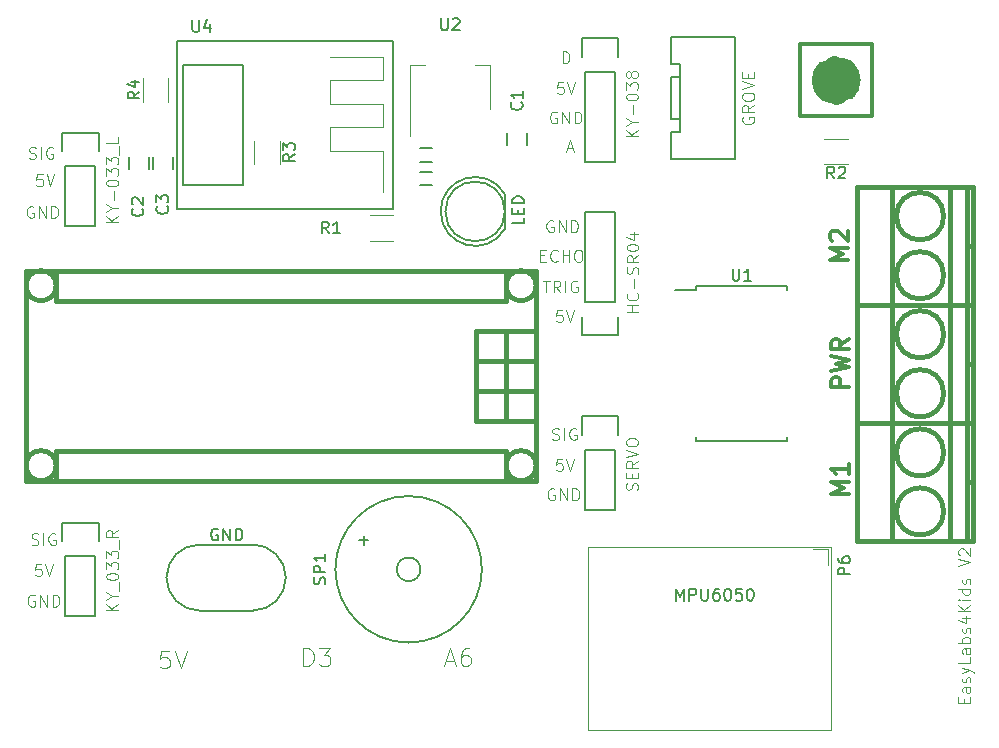
<source format=gbr>
G04 #@! TF.FileFunction,Legend,Top*
%FSLAX46Y46*%
G04 Gerber Fmt 4.6, Leading zero omitted, Abs format (unit mm)*
G04 Created by KiCad (PCBNEW 4.0.3-stable) date 01/13/18 15:16:55*
%MOMM*%
%LPD*%
G01*
G04 APERTURE LIST*
%ADD10C,0.100000*%
%ADD11C,0.381000*%
%ADD12C,0.150000*%
%ADD13C,0.304800*%
%ADD14C,2.540000*%
%ADD15C,0.152400*%
%ADD16C,0.120000*%
%ADD17C,0.300000*%
G04 APERTURE END LIST*
D10*
X114928572Y-135150000D02*
X115642858Y-135150000D01*
X114785715Y-135578571D02*
X115285715Y-134078571D01*
X115785715Y-135578571D01*
X116928572Y-134078571D02*
X116642858Y-134078571D01*
X116500001Y-134150000D01*
X116428572Y-134221429D01*
X116285715Y-134435714D01*
X116214286Y-134721429D01*
X116214286Y-135292857D01*
X116285715Y-135435714D01*
X116357143Y-135507143D01*
X116500001Y-135578571D01*
X116785715Y-135578571D01*
X116928572Y-135507143D01*
X117000001Y-135435714D01*
X117071429Y-135292857D01*
X117071429Y-134935714D01*
X117000001Y-134792857D01*
X116928572Y-134721429D01*
X116785715Y-134650000D01*
X116500001Y-134650000D01*
X116357143Y-134721429D01*
X116285715Y-134792857D01*
X116214286Y-134935714D01*
X102892858Y-135578571D02*
X102892858Y-134078571D01*
X103250001Y-134078571D01*
X103464286Y-134150000D01*
X103607144Y-134292857D01*
X103678572Y-134435714D01*
X103750001Y-134721429D01*
X103750001Y-134935714D01*
X103678572Y-135221429D01*
X103607144Y-135364286D01*
X103464286Y-135507143D01*
X103250001Y-135578571D01*
X102892858Y-135578571D01*
X104250001Y-134078571D02*
X105178572Y-134078571D01*
X104678572Y-134650000D01*
X104892858Y-134650000D01*
X105035715Y-134721429D01*
X105107144Y-134792857D01*
X105178572Y-134935714D01*
X105178572Y-135292857D01*
X105107144Y-135435714D01*
X105035715Y-135507143D01*
X104892858Y-135578571D01*
X104464286Y-135578571D01*
X104321429Y-135507143D01*
X104250001Y-135435714D01*
X91514287Y-134278571D02*
X90800001Y-134278571D01*
X90728572Y-134992857D01*
X90800001Y-134921429D01*
X90942858Y-134850000D01*
X91300001Y-134850000D01*
X91442858Y-134921429D01*
X91514287Y-134992857D01*
X91585715Y-135135714D01*
X91585715Y-135492857D01*
X91514287Y-135635714D01*
X91442858Y-135707143D01*
X91300001Y-135778571D01*
X90942858Y-135778571D01*
X90800001Y-135707143D01*
X90728572Y-135635714D01*
X92014286Y-134278571D02*
X92514286Y-135778571D01*
X93014286Y-134278571D01*
X158828571Y-138723810D02*
X158828571Y-138390476D01*
X159352381Y-138247619D02*
X159352381Y-138723810D01*
X158352381Y-138723810D01*
X158352381Y-138247619D01*
X159352381Y-137390476D02*
X158828571Y-137390476D01*
X158733333Y-137438095D01*
X158685714Y-137533333D01*
X158685714Y-137723810D01*
X158733333Y-137819048D01*
X159304762Y-137390476D02*
X159352381Y-137485714D01*
X159352381Y-137723810D01*
X159304762Y-137819048D01*
X159209524Y-137866667D01*
X159114286Y-137866667D01*
X159019048Y-137819048D01*
X158971429Y-137723810D01*
X158971429Y-137485714D01*
X158923810Y-137390476D01*
X159304762Y-136961905D02*
X159352381Y-136866667D01*
X159352381Y-136676191D01*
X159304762Y-136580952D01*
X159209524Y-136533333D01*
X159161905Y-136533333D01*
X159066667Y-136580952D01*
X159019048Y-136676191D01*
X159019048Y-136819048D01*
X158971429Y-136914286D01*
X158876190Y-136961905D01*
X158828571Y-136961905D01*
X158733333Y-136914286D01*
X158685714Y-136819048D01*
X158685714Y-136676191D01*
X158733333Y-136580952D01*
X158685714Y-136200000D02*
X159352381Y-135961905D01*
X158685714Y-135723809D02*
X159352381Y-135961905D01*
X159590476Y-136057143D01*
X159638095Y-136104762D01*
X159685714Y-136200000D01*
X159352381Y-134866666D02*
X159352381Y-135342857D01*
X158352381Y-135342857D01*
X159352381Y-134104761D02*
X158828571Y-134104761D01*
X158733333Y-134152380D01*
X158685714Y-134247618D01*
X158685714Y-134438095D01*
X158733333Y-134533333D01*
X159304762Y-134104761D02*
X159352381Y-134199999D01*
X159352381Y-134438095D01*
X159304762Y-134533333D01*
X159209524Y-134580952D01*
X159114286Y-134580952D01*
X159019048Y-134533333D01*
X158971429Y-134438095D01*
X158971429Y-134199999D01*
X158923810Y-134104761D01*
X159352381Y-133628571D02*
X158352381Y-133628571D01*
X158733333Y-133628571D02*
X158685714Y-133533333D01*
X158685714Y-133342856D01*
X158733333Y-133247618D01*
X158780952Y-133199999D01*
X158876190Y-133152380D01*
X159161905Y-133152380D01*
X159257143Y-133199999D01*
X159304762Y-133247618D01*
X159352381Y-133342856D01*
X159352381Y-133533333D01*
X159304762Y-133628571D01*
X159304762Y-132771428D02*
X159352381Y-132676190D01*
X159352381Y-132485714D01*
X159304762Y-132390475D01*
X159209524Y-132342856D01*
X159161905Y-132342856D01*
X159066667Y-132390475D01*
X159019048Y-132485714D01*
X159019048Y-132628571D01*
X158971429Y-132723809D01*
X158876190Y-132771428D01*
X158828571Y-132771428D01*
X158733333Y-132723809D01*
X158685714Y-132628571D01*
X158685714Y-132485714D01*
X158733333Y-132390475D01*
X158685714Y-131485713D02*
X159352381Y-131485713D01*
X158304762Y-131723809D02*
X159019048Y-131961904D01*
X159019048Y-131342856D01*
X159352381Y-130961904D02*
X158352381Y-130961904D01*
X159352381Y-130390475D02*
X158780952Y-130819047D01*
X158352381Y-130390475D02*
X158923810Y-130961904D01*
X159352381Y-129961904D02*
X158685714Y-129961904D01*
X158352381Y-129961904D02*
X158400000Y-130009523D01*
X158447619Y-129961904D01*
X158400000Y-129914285D01*
X158352381Y-129961904D01*
X158447619Y-129961904D01*
X159352381Y-129057142D02*
X158352381Y-129057142D01*
X159304762Y-129057142D02*
X159352381Y-129152380D01*
X159352381Y-129342857D01*
X159304762Y-129438095D01*
X159257143Y-129485714D01*
X159161905Y-129533333D01*
X158876190Y-129533333D01*
X158780952Y-129485714D01*
X158733333Y-129438095D01*
X158685714Y-129342857D01*
X158685714Y-129152380D01*
X158733333Y-129057142D01*
X159304762Y-128628571D02*
X159352381Y-128533333D01*
X159352381Y-128342857D01*
X159304762Y-128247618D01*
X159209524Y-128199999D01*
X159161905Y-128199999D01*
X159066667Y-128247618D01*
X159019048Y-128342857D01*
X159019048Y-128485714D01*
X158971429Y-128580952D01*
X158876190Y-128628571D01*
X158828571Y-128628571D01*
X158733333Y-128580952D01*
X158685714Y-128485714D01*
X158685714Y-128342857D01*
X158733333Y-128247618D01*
X158352381Y-127152380D02*
X159352381Y-126819047D01*
X158352381Y-126485713D01*
X158447619Y-126199999D02*
X158400000Y-126152380D01*
X158352381Y-126057142D01*
X158352381Y-125819046D01*
X158400000Y-125723808D01*
X158447619Y-125676189D01*
X158542857Y-125628570D01*
X158638095Y-125628570D01*
X158780952Y-125676189D01*
X159352381Y-126247618D01*
X159352381Y-125628570D01*
X125261905Y-91766667D02*
X125738096Y-91766667D01*
X125166667Y-92052381D02*
X125500000Y-91052381D01*
X125833334Y-92052381D01*
X124838095Y-84552381D02*
X124838095Y-83552381D01*
X125076190Y-83552381D01*
X125219048Y-83600000D01*
X125314286Y-83695238D01*
X125361905Y-83790476D01*
X125409524Y-83980952D01*
X125409524Y-84123810D01*
X125361905Y-84314286D01*
X125314286Y-84409524D01*
X125219048Y-84504762D01*
X125076190Y-84552381D01*
X124838095Y-84552381D01*
X124909524Y-86152381D02*
X124433333Y-86152381D01*
X124385714Y-86628571D01*
X124433333Y-86580952D01*
X124528571Y-86533333D01*
X124766667Y-86533333D01*
X124861905Y-86580952D01*
X124909524Y-86628571D01*
X124957143Y-86723810D01*
X124957143Y-86961905D01*
X124909524Y-87057143D01*
X124861905Y-87104762D01*
X124766667Y-87152381D01*
X124528571Y-87152381D01*
X124433333Y-87104762D01*
X124385714Y-87057143D01*
X125242857Y-86152381D02*
X125576190Y-87152381D01*
X125909524Y-86152381D01*
X124809524Y-105452381D02*
X124333333Y-105452381D01*
X124285714Y-105928571D01*
X124333333Y-105880952D01*
X124428571Y-105833333D01*
X124666667Y-105833333D01*
X124761905Y-105880952D01*
X124809524Y-105928571D01*
X124857143Y-106023810D01*
X124857143Y-106261905D01*
X124809524Y-106357143D01*
X124761905Y-106404762D01*
X124666667Y-106452381D01*
X124428571Y-106452381D01*
X124333333Y-106404762D01*
X124285714Y-106357143D01*
X125142857Y-105452381D02*
X125476190Y-106452381D01*
X125809524Y-105452381D01*
X123176191Y-102952381D02*
X123747620Y-102952381D01*
X123461905Y-103952381D02*
X123461905Y-102952381D01*
X124652382Y-103952381D02*
X124319048Y-103476190D01*
X124080953Y-103952381D02*
X124080953Y-102952381D01*
X124461906Y-102952381D01*
X124557144Y-103000000D01*
X124604763Y-103047619D01*
X124652382Y-103142857D01*
X124652382Y-103285714D01*
X124604763Y-103380952D01*
X124557144Y-103428571D01*
X124461906Y-103476190D01*
X124080953Y-103476190D01*
X125080953Y-103952381D02*
X125080953Y-102952381D01*
X126080953Y-103000000D02*
X125985715Y-102952381D01*
X125842858Y-102952381D01*
X125700000Y-103000000D01*
X125604762Y-103095238D01*
X125557143Y-103190476D01*
X125509524Y-103380952D01*
X125509524Y-103523810D01*
X125557143Y-103714286D01*
X125604762Y-103809524D01*
X125700000Y-103904762D01*
X125842858Y-103952381D01*
X125938096Y-103952381D01*
X126080953Y-103904762D01*
X126128572Y-103857143D01*
X126128572Y-103523810D01*
X125938096Y-103523810D01*
X122938095Y-100828571D02*
X123271429Y-100828571D01*
X123414286Y-101352381D02*
X122938095Y-101352381D01*
X122938095Y-100352381D01*
X123414286Y-100352381D01*
X124414286Y-101257143D02*
X124366667Y-101304762D01*
X124223810Y-101352381D01*
X124128572Y-101352381D01*
X123985714Y-101304762D01*
X123890476Y-101209524D01*
X123842857Y-101114286D01*
X123795238Y-100923810D01*
X123795238Y-100780952D01*
X123842857Y-100590476D01*
X123890476Y-100495238D01*
X123985714Y-100400000D01*
X124128572Y-100352381D01*
X124223810Y-100352381D01*
X124366667Y-100400000D01*
X124414286Y-100447619D01*
X124842857Y-101352381D02*
X124842857Y-100352381D01*
X124842857Y-100828571D02*
X125414286Y-100828571D01*
X125414286Y-101352381D02*
X125414286Y-100352381D01*
X126080952Y-100352381D02*
X126271429Y-100352381D01*
X126366667Y-100400000D01*
X126461905Y-100495238D01*
X126509524Y-100685714D01*
X126509524Y-101019048D01*
X126461905Y-101209524D01*
X126366667Y-101304762D01*
X126271429Y-101352381D01*
X126080952Y-101352381D01*
X125985714Y-101304762D01*
X125890476Y-101209524D01*
X125842857Y-101019048D01*
X125842857Y-100685714D01*
X125890476Y-100495238D01*
X125985714Y-100400000D01*
X126080952Y-100352381D01*
X123976191Y-116404762D02*
X124119048Y-116452381D01*
X124357144Y-116452381D01*
X124452382Y-116404762D01*
X124500001Y-116357143D01*
X124547620Y-116261905D01*
X124547620Y-116166667D01*
X124500001Y-116071429D01*
X124452382Y-116023810D01*
X124357144Y-115976190D01*
X124166667Y-115928571D01*
X124071429Y-115880952D01*
X124023810Y-115833333D01*
X123976191Y-115738095D01*
X123976191Y-115642857D01*
X124023810Y-115547619D01*
X124071429Y-115500000D01*
X124166667Y-115452381D01*
X124404763Y-115452381D01*
X124547620Y-115500000D01*
X124976191Y-116452381D02*
X124976191Y-115452381D01*
X125976191Y-115500000D02*
X125880953Y-115452381D01*
X125738096Y-115452381D01*
X125595238Y-115500000D01*
X125500000Y-115595238D01*
X125452381Y-115690476D01*
X125404762Y-115880952D01*
X125404762Y-116023810D01*
X125452381Y-116214286D01*
X125500000Y-116309524D01*
X125595238Y-116404762D01*
X125738096Y-116452381D01*
X125833334Y-116452381D01*
X125976191Y-116404762D01*
X126023810Y-116357143D01*
X126023810Y-116023810D01*
X125833334Y-116023810D01*
X124809524Y-118052381D02*
X124333333Y-118052381D01*
X124285714Y-118528571D01*
X124333333Y-118480952D01*
X124428571Y-118433333D01*
X124666667Y-118433333D01*
X124761905Y-118480952D01*
X124809524Y-118528571D01*
X124857143Y-118623810D01*
X124857143Y-118861905D01*
X124809524Y-118957143D01*
X124761905Y-119004762D01*
X124666667Y-119052381D01*
X124428571Y-119052381D01*
X124333333Y-119004762D01*
X124285714Y-118957143D01*
X125142857Y-118052381D02*
X125476190Y-119052381D01*
X125809524Y-118052381D01*
X124138096Y-120600000D02*
X124042858Y-120552381D01*
X123900001Y-120552381D01*
X123757143Y-120600000D01*
X123661905Y-120695238D01*
X123614286Y-120790476D01*
X123566667Y-120980952D01*
X123566667Y-121123810D01*
X123614286Y-121314286D01*
X123661905Y-121409524D01*
X123757143Y-121504762D01*
X123900001Y-121552381D01*
X123995239Y-121552381D01*
X124138096Y-121504762D01*
X124185715Y-121457143D01*
X124185715Y-121123810D01*
X123995239Y-121123810D01*
X124614286Y-121552381D02*
X124614286Y-120552381D01*
X125185715Y-121552381D01*
X125185715Y-120552381D01*
X125661905Y-121552381D02*
X125661905Y-120552381D01*
X125900000Y-120552381D01*
X126042858Y-120600000D01*
X126138096Y-120695238D01*
X126185715Y-120790476D01*
X126233334Y-120980952D01*
X126233334Y-121123810D01*
X126185715Y-121314286D01*
X126138096Y-121409524D01*
X126042858Y-121504762D01*
X125900000Y-121552381D01*
X125661905Y-121552381D01*
X124338096Y-88700000D02*
X124242858Y-88652381D01*
X124100001Y-88652381D01*
X123957143Y-88700000D01*
X123861905Y-88795238D01*
X123814286Y-88890476D01*
X123766667Y-89080952D01*
X123766667Y-89223810D01*
X123814286Y-89414286D01*
X123861905Y-89509524D01*
X123957143Y-89604762D01*
X124100001Y-89652381D01*
X124195239Y-89652381D01*
X124338096Y-89604762D01*
X124385715Y-89557143D01*
X124385715Y-89223810D01*
X124195239Y-89223810D01*
X124814286Y-89652381D02*
X124814286Y-88652381D01*
X125385715Y-89652381D01*
X125385715Y-88652381D01*
X125861905Y-89652381D02*
X125861905Y-88652381D01*
X126100000Y-88652381D01*
X126242858Y-88700000D01*
X126338096Y-88795238D01*
X126385715Y-88890476D01*
X126433334Y-89080952D01*
X126433334Y-89223810D01*
X126385715Y-89414286D01*
X126338096Y-89509524D01*
X126242858Y-89604762D01*
X126100000Y-89652381D01*
X125861905Y-89652381D01*
X124038096Y-97900000D02*
X123942858Y-97852381D01*
X123800001Y-97852381D01*
X123657143Y-97900000D01*
X123561905Y-97995238D01*
X123514286Y-98090476D01*
X123466667Y-98280952D01*
X123466667Y-98423810D01*
X123514286Y-98614286D01*
X123561905Y-98709524D01*
X123657143Y-98804762D01*
X123800001Y-98852381D01*
X123895239Y-98852381D01*
X124038096Y-98804762D01*
X124085715Y-98757143D01*
X124085715Y-98423810D01*
X123895239Y-98423810D01*
X124514286Y-98852381D02*
X124514286Y-97852381D01*
X125085715Y-98852381D01*
X125085715Y-97852381D01*
X125561905Y-98852381D02*
X125561905Y-97852381D01*
X125800000Y-97852381D01*
X125942858Y-97900000D01*
X126038096Y-97995238D01*
X126085715Y-98090476D01*
X126133334Y-98280952D01*
X126133334Y-98423810D01*
X126085715Y-98614286D01*
X126038096Y-98709524D01*
X125942858Y-98804762D01*
X125800000Y-98852381D01*
X125561905Y-98852381D01*
X80038096Y-96700000D02*
X79942858Y-96652381D01*
X79800001Y-96652381D01*
X79657143Y-96700000D01*
X79561905Y-96795238D01*
X79514286Y-96890476D01*
X79466667Y-97080952D01*
X79466667Y-97223810D01*
X79514286Y-97414286D01*
X79561905Y-97509524D01*
X79657143Y-97604762D01*
X79800001Y-97652381D01*
X79895239Y-97652381D01*
X80038096Y-97604762D01*
X80085715Y-97557143D01*
X80085715Y-97223810D01*
X79895239Y-97223810D01*
X80514286Y-97652381D02*
X80514286Y-96652381D01*
X81085715Y-97652381D01*
X81085715Y-96652381D01*
X81561905Y-97652381D02*
X81561905Y-96652381D01*
X81800000Y-96652381D01*
X81942858Y-96700000D01*
X82038096Y-96795238D01*
X82085715Y-96890476D01*
X82133334Y-97080952D01*
X82133334Y-97223810D01*
X82085715Y-97414286D01*
X82038096Y-97509524D01*
X81942858Y-97604762D01*
X81800000Y-97652381D01*
X81561905Y-97652381D01*
X80809524Y-93952381D02*
X80333333Y-93952381D01*
X80285714Y-94428571D01*
X80333333Y-94380952D01*
X80428571Y-94333333D01*
X80666667Y-94333333D01*
X80761905Y-94380952D01*
X80809524Y-94428571D01*
X80857143Y-94523810D01*
X80857143Y-94761905D01*
X80809524Y-94857143D01*
X80761905Y-94904762D01*
X80666667Y-94952381D01*
X80428571Y-94952381D01*
X80333333Y-94904762D01*
X80285714Y-94857143D01*
X81142857Y-93952381D02*
X81476190Y-94952381D01*
X81809524Y-93952381D01*
X79676191Y-92604762D02*
X79819048Y-92652381D01*
X80057144Y-92652381D01*
X80152382Y-92604762D01*
X80200001Y-92557143D01*
X80247620Y-92461905D01*
X80247620Y-92366667D01*
X80200001Y-92271429D01*
X80152382Y-92223810D01*
X80057144Y-92176190D01*
X79866667Y-92128571D01*
X79771429Y-92080952D01*
X79723810Y-92033333D01*
X79676191Y-91938095D01*
X79676191Y-91842857D01*
X79723810Y-91747619D01*
X79771429Y-91700000D01*
X79866667Y-91652381D01*
X80104763Y-91652381D01*
X80247620Y-91700000D01*
X80676191Y-92652381D02*
X80676191Y-91652381D01*
X81676191Y-91700000D02*
X81580953Y-91652381D01*
X81438096Y-91652381D01*
X81295238Y-91700000D01*
X81200000Y-91795238D01*
X81152381Y-91890476D01*
X81104762Y-92080952D01*
X81104762Y-92223810D01*
X81152381Y-92414286D01*
X81200000Y-92509524D01*
X81295238Y-92604762D01*
X81438096Y-92652381D01*
X81533334Y-92652381D01*
X81676191Y-92604762D01*
X81723810Y-92557143D01*
X81723810Y-92223810D01*
X81533334Y-92223810D01*
X80138096Y-129600000D02*
X80042858Y-129552381D01*
X79900001Y-129552381D01*
X79757143Y-129600000D01*
X79661905Y-129695238D01*
X79614286Y-129790476D01*
X79566667Y-129980952D01*
X79566667Y-130123810D01*
X79614286Y-130314286D01*
X79661905Y-130409524D01*
X79757143Y-130504762D01*
X79900001Y-130552381D01*
X79995239Y-130552381D01*
X80138096Y-130504762D01*
X80185715Y-130457143D01*
X80185715Y-130123810D01*
X79995239Y-130123810D01*
X80614286Y-130552381D02*
X80614286Y-129552381D01*
X81185715Y-130552381D01*
X81185715Y-129552381D01*
X81661905Y-130552381D02*
X81661905Y-129552381D01*
X81900000Y-129552381D01*
X82042858Y-129600000D01*
X82138096Y-129695238D01*
X82185715Y-129790476D01*
X82233334Y-129980952D01*
X82233334Y-130123810D01*
X82185715Y-130314286D01*
X82138096Y-130409524D01*
X82042858Y-130504762D01*
X81900000Y-130552381D01*
X81661905Y-130552381D01*
X80709524Y-126952381D02*
X80233333Y-126952381D01*
X80185714Y-127428571D01*
X80233333Y-127380952D01*
X80328571Y-127333333D01*
X80566667Y-127333333D01*
X80661905Y-127380952D01*
X80709524Y-127428571D01*
X80757143Y-127523810D01*
X80757143Y-127761905D01*
X80709524Y-127857143D01*
X80661905Y-127904762D01*
X80566667Y-127952381D01*
X80328571Y-127952381D01*
X80233333Y-127904762D01*
X80185714Y-127857143D01*
X81042857Y-126952381D02*
X81376190Y-127952381D01*
X81709524Y-126952381D01*
X79876191Y-125304762D02*
X80019048Y-125352381D01*
X80257144Y-125352381D01*
X80352382Y-125304762D01*
X80400001Y-125257143D01*
X80447620Y-125161905D01*
X80447620Y-125066667D01*
X80400001Y-124971429D01*
X80352382Y-124923810D01*
X80257144Y-124876190D01*
X80066667Y-124828571D01*
X79971429Y-124780952D01*
X79923810Y-124733333D01*
X79876191Y-124638095D01*
X79876191Y-124542857D01*
X79923810Y-124447619D01*
X79971429Y-124400000D01*
X80066667Y-124352381D01*
X80304763Y-124352381D01*
X80447620Y-124400000D01*
X80876191Y-125352381D02*
X80876191Y-124352381D01*
X81876191Y-124400000D02*
X81780953Y-124352381D01*
X81638096Y-124352381D01*
X81495238Y-124400000D01*
X81400000Y-124495238D01*
X81352381Y-124590476D01*
X81304762Y-124780952D01*
X81304762Y-124923810D01*
X81352381Y-125114286D01*
X81400000Y-125209524D01*
X81495238Y-125304762D01*
X81638096Y-125352381D01*
X81733334Y-125352381D01*
X81876191Y-125304762D01*
X81923810Y-125257143D01*
X81923810Y-124923810D01*
X81733334Y-124923810D01*
D11*
X117510000Y-112270000D02*
X122590000Y-112270000D01*
X117510000Y-109730000D02*
X122590000Y-109730000D01*
X120050000Y-114810000D02*
X120050000Y-107190000D01*
X122590000Y-114810000D02*
X117510000Y-114810000D01*
X117510000Y-114810000D02*
X117510000Y-107190000D01*
X117510000Y-107190000D02*
X122590000Y-107190000D01*
X79410000Y-119890000D02*
X122590000Y-119890000D01*
X122590000Y-102110000D02*
X79410000Y-102110000D01*
X122590000Y-102110000D02*
X122590000Y-119890000D01*
X79410000Y-102110000D02*
X79410000Y-119890000D01*
X122590000Y-118620000D02*
G75*
G03X122590000Y-118620000I-1270000J0D01*
G01*
X122590000Y-103380000D02*
G75*
G03X122590000Y-103380000I-1270000J0D01*
G01*
X81950000Y-118620000D02*
G75*
G03X81950000Y-118620000I-1270000J0D01*
G01*
X81950000Y-103380000D02*
G75*
G03X81950000Y-103380000I-1270000J0D01*
G01*
X81950000Y-117350000D02*
X120050000Y-117350000D01*
X120050000Y-104650000D02*
X81950000Y-104650000D01*
X81950000Y-102110000D02*
X81950000Y-104650000D01*
X81950000Y-117350000D02*
X81950000Y-119890000D01*
X120050000Y-119890000D02*
X120050000Y-117350000D01*
X120050000Y-102110000D02*
X120050000Y-104650000D01*
D12*
X121850000Y-91500000D02*
X121850000Y-90500000D01*
X120150000Y-90500000D02*
X120150000Y-91500000D01*
X88150000Y-92500000D02*
X88150000Y-93500000D01*
X89850000Y-93500000D02*
X89850000Y-92500000D01*
X90150000Y-92500000D02*
X90150000Y-93500000D01*
X91850000Y-93500000D02*
X91850000Y-92500000D01*
X119914888Y-95575096D02*
G75*
G03X119930000Y-98600000I-2484888J-1524904D01*
G01*
X119930000Y-95600000D02*
X119930000Y-98600000D01*
X119947936Y-97100000D02*
G75*
G03X119947936Y-97100000I-2517936J0D01*
G01*
D11*
X159100000Y-110000000D02*
X159600000Y-110000000D01*
X157100000Y-107500000D02*
G75*
G03X157100000Y-107500000I-2000000J0D01*
G01*
X157100000Y-112500000D02*
G75*
G03X157100000Y-112500000I-2000000J0D01*
G01*
X157600000Y-115000000D02*
X157600000Y-105000000D01*
X152700000Y-115000000D02*
X152700000Y-105000000D01*
X159100000Y-115000000D02*
X159100000Y-105000000D01*
X159600000Y-115000000D02*
X159600000Y-105000000D01*
X159600000Y-105000000D02*
X149800000Y-105000000D01*
X149800000Y-105000000D02*
X149800000Y-115000000D01*
X149800000Y-115000000D02*
X159600000Y-115000000D01*
D12*
X82730000Y-93270000D02*
X82730000Y-98350000D01*
X82730000Y-98350000D02*
X85270000Y-98350000D01*
X85270000Y-98350000D02*
X85270000Y-93270000D01*
X85550000Y-90450000D02*
X85550000Y-92000000D01*
X85270000Y-93270000D02*
X82730000Y-93270000D01*
X82450000Y-92000000D02*
X82450000Y-90450000D01*
X82450000Y-90450000D02*
X85550000Y-90450000D01*
X82730000Y-126270000D02*
X82730000Y-131350000D01*
X82730000Y-131350000D02*
X85270000Y-131350000D01*
X85270000Y-131350000D02*
X85270000Y-126270000D01*
X85550000Y-123450000D02*
X85550000Y-125000000D01*
X85270000Y-126270000D02*
X82730000Y-126270000D01*
X82450000Y-125000000D02*
X82450000Y-123450000D01*
X82450000Y-123450000D02*
X85550000Y-123450000D01*
D11*
X159100000Y-120000000D02*
X159600000Y-120000000D01*
X157100000Y-117500000D02*
G75*
G03X157100000Y-117500000I-2000000J0D01*
G01*
X157100000Y-122500000D02*
G75*
G03X157100000Y-122500000I-2000000J0D01*
G01*
X157600000Y-125000000D02*
X157600000Y-115000000D01*
X152700000Y-125000000D02*
X152700000Y-115000000D01*
X159100000Y-125000000D02*
X159100000Y-115000000D01*
X159600000Y-125000000D02*
X159600000Y-115000000D01*
X159600000Y-115000000D02*
X149800000Y-115000000D01*
X149800000Y-115000000D02*
X149800000Y-125000000D01*
X149800000Y-125000000D02*
X159600000Y-125000000D01*
X159100000Y-100000000D02*
X159600000Y-100000000D01*
X157100000Y-97500000D02*
G75*
G03X157100000Y-97500000I-2000000J0D01*
G01*
X157100000Y-102500000D02*
G75*
G03X157100000Y-102500000I-2000000J0D01*
G01*
X157600000Y-105000000D02*
X157600000Y-95000000D01*
X152700000Y-105000000D02*
X152700000Y-95000000D01*
X159100000Y-105000000D02*
X159100000Y-95000000D01*
X159600000Y-105000000D02*
X159600000Y-95000000D01*
X159600000Y-95000000D02*
X149800000Y-95000000D01*
X149800000Y-95000000D02*
X149800000Y-105000000D01*
X149800000Y-105000000D02*
X159600000Y-105000000D01*
D12*
X113800000Y-92875000D02*
X112800000Y-92875000D01*
X112800000Y-91725000D02*
X113800000Y-91725000D01*
X113800000Y-94875000D02*
X112800000Y-94875000D01*
X112800000Y-93725000D02*
X113800000Y-93725000D01*
X139400000Y-85700000D02*
X139400000Y-84500000D01*
X134800000Y-85600000D02*
X134800000Y-84700000D01*
X134150000Y-84650000D02*
X134800000Y-84650000D01*
X134800000Y-85550000D02*
X134800000Y-90350000D01*
X134150000Y-92650000D02*
X134000000Y-92650000D01*
X134000000Y-92650000D02*
X134000000Y-92500000D01*
X134000000Y-90500000D02*
X134000000Y-90350000D01*
X139100000Y-92650000D02*
X139250000Y-92650000D01*
X139250000Y-92650000D02*
X139400000Y-92650000D01*
X139400000Y-92650000D02*
X139400000Y-87500000D01*
X139400000Y-82500000D02*
X139400000Y-84600000D01*
X134150000Y-84650000D02*
X134000000Y-84650000D01*
X134000000Y-84650000D02*
X134000000Y-84500000D01*
X134000000Y-82500000D02*
X134000000Y-82350000D01*
X134000000Y-82350000D02*
X134150000Y-82350000D01*
X139100000Y-82350000D02*
X139400000Y-82350000D01*
X139400000Y-82350000D02*
X139400000Y-82450000D01*
X139400000Y-82450000D02*
X139400000Y-82500000D01*
X134800000Y-85750000D02*
X134000000Y-85750000D01*
X134000000Y-85750000D02*
X134000000Y-89250000D01*
X134000000Y-89250000D02*
X134800000Y-89250000D01*
X139400000Y-85550000D02*
X139400000Y-87500000D01*
X134150000Y-82350000D02*
X139100000Y-82350000D01*
X134150000Y-92650000D02*
X139100000Y-92650000D01*
X134000000Y-90350000D02*
X134800000Y-90350000D01*
X134000000Y-82500000D02*
X134000000Y-84500000D01*
X134000000Y-90500000D02*
X134000000Y-92500000D01*
X126730000Y-85270000D02*
X126730000Y-92890000D01*
X129270000Y-85270000D02*
X129270000Y-92890000D01*
X129550000Y-82450000D02*
X129550000Y-84000000D01*
X126730000Y-92890000D02*
X129270000Y-92890000D01*
X129270000Y-85270000D02*
X126730000Y-85270000D01*
X126450000Y-84000000D02*
X126450000Y-82450000D01*
X126450000Y-82450000D02*
X129550000Y-82450000D01*
X126730000Y-117270000D02*
X126730000Y-122350000D01*
X126730000Y-122350000D02*
X129270000Y-122350000D01*
X129270000Y-122350000D02*
X129270000Y-117270000D01*
X129550000Y-114450000D02*
X129550000Y-116000000D01*
X129270000Y-117270000D02*
X126730000Y-117270000D01*
X126450000Y-116000000D02*
X126450000Y-114450000D01*
X126450000Y-114450000D02*
X129550000Y-114450000D01*
X112800760Y-127400000D02*
G75*
G03X112800760Y-127400000I-1000760J0D01*
G01*
X118000140Y-127400000D02*
G75*
G03X118000140Y-127400000I-6200140J0D01*
G01*
D13*
X144952000Y-82952000D02*
X151048000Y-82952000D01*
X151048000Y-82952000D02*
X151048000Y-89048000D01*
X151048000Y-89048000D02*
X144952000Y-89048000D01*
X144952000Y-89048000D02*
X144952000Y-82952000D01*
D14*
X148803219Y-86000000D02*
G75*
G03X148803219Y-86000000I-803219J0D01*
G01*
D12*
X136125000Y-103425000D02*
X136125000Y-103760000D01*
X143875000Y-103425000D02*
X143875000Y-103760000D01*
X143875000Y-116575000D02*
X143875000Y-116240000D01*
X136125000Y-116575000D02*
X136125000Y-116240000D01*
X136125000Y-103425000D02*
X143875000Y-103425000D01*
X136125000Y-116575000D02*
X143875000Y-116575000D01*
X136125000Y-103760000D02*
X134325000Y-103760000D01*
X129270000Y-104730000D02*
X129270000Y-97110000D01*
X126730000Y-104730000D02*
X126730000Y-97110000D01*
X126450000Y-107550000D02*
X126450000Y-106000000D01*
X129270000Y-97110000D02*
X126730000Y-97110000D01*
X126730000Y-104730000D02*
X129270000Y-104730000D01*
X129550000Y-106000000D02*
X129550000Y-107550000D01*
X129550000Y-107550000D02*
X126450000Y-107550000D01*
X92200000Y-96900000D02*
X92200000Y-82700000D01*
X92200000Y-96900000D02*
X110500000Y-96900000D01*
X110500000Y-96900000D02*
X110500000Y-82700000D01*
X110500000Y-82700000D02*
X92200000Y-82700000D01*
D10*
X105132600Y-83992000D02*
X109632600Y-83992000D01*
X109632600Y-83992000D02*
X109632600Y-85992000D01*
X109632600Y-85992000D02*
X105132600Y-85992000D01*
X105132600Y-85992000D02*
X105132600Y-87992000D01*
X105132600Y-87992000D02*
X109632600Y-87992000D01*
X109632600Y-87992000D02*
X109632600Y-89992000D01*
X109632600Y-89992000D02*
X105132600Y-89992000D01*
X105132600Y-89992000D02*
X105132600Y-91992000D01*
X105132600Y-91992000D02*
X109632600Y-91992000D01*
X109632600Y-91992000D02*
X109632600Y-95492000D01*
D15*
X95270000Y-84730000D02*
X92730000Y-84730000D01*
X92730000Y-84730000D02*
X92730000Y-87270000D01*
X92730000Y-87270000D02*
X92730000Y-94890000D01*
X92730000Y-94890000D02*
X97810000Y-94890000D01*
X97810000Y-94890000D02*
X97810000Y-84730000D01*
X97810000Y-84730000D02*
X95270000Y-84730000D01*
D16*
X108500000Y-97430000D02*
X110500000Y-97430000D01*
X110500000Y-99570000D02*
X108500000Y-99570000D01*
X147000000Y-90930000D02*
X149000000Y-90930000D01*
X149000000Y-93070000D02*
X147000000Y-93070000D01*
X100870000Y-91100000D02*
X100870000Y-93100000D01*
X98730000Y-93100000D02*
X98730000Y-91100000D01*
X91470000Y-85800000D02*
X91470000Y-87800000D01*
X89330000Y-87800000D02*
X89330000Y-85800000D01*
D10*
X147524000Y-125476000D02*
X147524000Y-140970000D01*
X147524000Y-140970000D02*
X126950000Y-140970000D01*
X126950000Y-140970000D02*
X126950000Y-125476000D01*
X126950000Y-125476000D02*
X147524000Y-125476000D01*
D16*
X146000000Y-125670000D02*
X147330000Y-125670000D01*
X147330000Y-125670000D02*
X147330000Y-127000000D01*
X118710000Y-84690000D02*
X117450000Y-84690000D01*
X111890000Y-84690000D02*
X113150000Y-84690000D01*
X118710000Y-88450000D02*
X118710000Y-84690000D01*
X111890000Y-90700000D02*
X111890000Y-84690000D01*
D12*
X98600000Y-125300000D02*
X94100000Y-125300000D01*
X98600000Y-130900000D02*
X94100000Y-130900000D01*
X98600000Y-130900000D02*
G75*
G03X101400000Y-128100000I0J2800000D01*
G01*
X101400000Y-128100000D02*
G75*
G03X98600000Y-125300000I-2800000J0D01*
G01*
X94100000Y-125300000D02*
G75*
G03X91300000Y-128100000I0J-2800000D01*
G01*
X91300000Y-128100000D02*
G75*
G03X94100000Y-130900000I2800000J0D01*
G01*
X121357143Y-87866666D02*
X121404762Y-87914285D01*
X121452381Y-88057142D01*
X121452381Y-88152380D01*
X121404762Y-88295238D01*
X121309524Y-88390476D01*
X121214286Y-88438095D01*
X121023810Y-88485714D01*
X120880952Y-88485714D01*
X120690476Y-88438095D01*
X120595238Y-88390476D01*
X120500000Y-88295238D01*
X120452381Y-88152380D01*
X120452381Y-88057142D01*
X120500000Y-87914285D01*
X120547619Y-87866666D01*
X121452381Y-86914285D02*
X121452381Y-87485714D01*
X121452381Y-87200000D02*
X120452381Y-87200000D01*
X120595238Y-87295238D01*
X120690476Y-87390476D01*
X120738095Y-87485714D01*
X89257143Y-96866666D02*
X89304762Y-96914285D01*
X89352381Y-97057142D01*
X89352381Y-97152380D01*
X89304762Y-97295238D01*
X89209524Y-97390476D01*
X89114286Y-97438095D01*
X88923810Y-97485714D01*
X88780952Y-97485714D01*
X88590476Y-97438095D01*
X88495238Y-97390476D01*
X88400000Y-97295238D01*
X88352381Y-97152380D01*
X88352381Y-97057142D01*
X88400000Y-96914285D01*
X88447619Y-96866666D01*
X88447619Y-96485714D02*
X88400000Y-96438095D01*
X88352381Y-96342857D01*
X88352381Y-96104761D01*
X88400000Y-96009523D01*
X88447619Y-95961904D01*
X88542857Y-95914285D01*
X88638095Y-95914285D01*
X88780952Y-95961904D01*
X89352381Y-96533333D01*
X89352381Y-95914285D01*
X91357143Y-96666666D02*
X91404762Y-96714285D01*
X91452381Y-96857142D01*
X91452381Y-96952380D01*
X91404762Y-97095238D01*
X91309524Y-97190476D01*
X91214286Y-97238095D01*
X91023810Y-97285714D01*
X90880952Y-97285714D01*
X90690476Y-97238095D01*
X90595238Y-97190476D01*
X90500000Y-97095238D01*
X90452381Y-96952380D01*
X90452381Y-96857142D01*
X90500000Y-96714285D01*
X90547619Y-96666666D01*
X90452381Y-96333333D02*
X90452381Y-95714285D01*
X90833333Y-96047619D01*
X90833333Y-95904761D01*
X90880952Y-95809523D01*
X90928571Y-95761904D01*
X91023810Y-95714285D01*
X91261905Y-95714285D01*
X91357143Y-95761904D01*
X91404762Y-95809523D01*
X91452381Y-95904761D01*
X91452381Y-96190476D01*
X91404762Y-96285714D01*
X91357143Y-96333333D01*
X121552381Y-97642857D02*
X121552381Y-98119048D01*
X120552381Y-98119048D01*
X121028571Y-97309524D02*
X121028571Y-96976190D01*
X121552381Y-96833333D02*
X121552381Y-97309524D01*
X120552381Y-97309524D01*
X120552381Y-96833333D01*
X121552381Y-96404762D02*
X120552381Y-96404762D01*
X120552381Y-96166667D01*
X120600000Y-96023809D01*
X120695238Y-95928571D01*
X120790476Y-95880952D01*
X120980952Y-95833333D01*
X121123810Y-95833333D01*
X121314286Y-95880952D01*
X121409524Y-95928571D01*
X121504762Y-96023809D01*
X121552381Y-96166667D01*
X121552381Y-96404762D01*
D17*
X149078571Y-112000000D02*
X147578571Y-112000000D01*
X147578571Y-111428572D01*
X147650000Y-111285714D01*
X147721429Y-111214286D01*
X147864286Y-111142857D01*
X148078571Y-111142857D01*
X148221429Y-111214286D01*
X148292857Y-111285714D01*
X148364286Y-111428572D01*
X148364286Y-112000000D01*
X147578571Y-110642857D02*
X149078571Y-110285714D01*
X148007143Y-110000000D01*
X149078571Y-109714286D01*
X147578571Y-109357143D01*
X149078571Y-107928571D02*
X148364286Y-108428571D01*
X149078571Y-108785714D02*
X147578571Y-108785714D01*
X147578571Y-108214286D01*
X147650000Y-108071428D01*
X147721429Y-108000000D01*
X147864286Y-107928571D01*
X148078571Y-107928571D01*
X148221429Y-108000000D01*
X148292857Y-108071428D01*
X148364286Y-108214286D01*
X148364286Y-108785714D01*
D10*
X87202381Y-98023810D02*
X86202381Y-98023810D01*
X87202381Y-97452381D02*
X86630952Y-97880953D01*
X86202381Y-97452381D02*
X86773810Y-98023810D01*
X86726190Y-96833334D02*
X87202381Y-96833334D01*
X86202381Y-97166667D02*
X86726190Y-96833334D01*
X86202381Y-96500000D01*
X86821429Y-96166667D02*
X86821429Y-95404762D01*
X86202381Y-94738096D02*
X86202381Y-94642857D01*
X86250000Y-94547619D01*
X86297619Y-94500000D01*
X86392857Y-94452381D01*
X86583333Y-94404762D01*
X86821429Y-94404762D01*
X87011905Y-94452381D01*
X87107143Y-94500000D01*
X87154762Y-94547619D01*
X87202381Y-94642857D01*
X87202381Y-94738096D01*
X87154762Y-94833334D01*
X87107143Y-94880953D01*
X87011905Y-94928572D01*
X86821429Y-94976191D01*
X86583333Y-94976191D01*
X86392857Y-94928572D01*
X86297619Y-94880953D01*
X86250000Y-94833334D01*
X86202381Y-94738096D01*
X86202381Y-94071429D02*
X86202381Y-93452381D01*
X86583333Y-93785715D01*
X86583333Y-93642857D01*
X86630952Y-93547619D01*
X86678571Y-93500000D01*
X86773810Y-93452381D01*
X87011905Y-93452381D01*
X87107143Y-93500000D01*
X87154762Y-93547619D01*
X87202381Y-93642857D01*
X87202381Y-93928572D01*
X87154762Y-94023810D01*
X87107143Y-94071429D01*
X86202381Y-93119048D02*
X86202381Y-92500000D01*
X86583333Y-92833334D01*
X86583333Y-92690476D01*
X86630952Y-92595238D01*
X86678571Y-92547619D01*
X86773810Y-92500000D01*
X87011905Y-92500000D01*
X87107143Y-92547619D01*
X87154762Y-92595238D01*
X87202381Y-92690476D01*
X87202381Y-92976191D01*
X87154762Y-93071429D01*
X87107143Y-93119048D01*
X87297619Y-92309524D02*
X87297619Y-91547619D01*
X87202381Y-90833333D02*
X87202381Y-91309524D01*
X86202381Y-91309524D01*
X87202381Y-130880953D02*
X86202381Y-130880953D01*
X87202381Y-130309524D02*
X86630952Y-130738096D01*
X86202381Y-130309524D02*
X86773810Y-130880953D01*
X86726190Y-129690477D02*
X87202381Y-129690477D01*
X86202381Y-130023810D02*
X86726190Y-129690477D01*
X86202381Y-129357143D01*
X87297619Y-129261905D02*
X87297619Y-128500000D01*
X86202381Y-128071429D02*
X86202381Y-127976190D01*
X86250000Y-127880952D01*
X86297619Y-127833333D01*
X86392857Y-127785714D01*
X86583333Y-127738095D01*
X86821429Y-127738095D01*
X87011905Y-127785714D01*
X87107143Y-127833333D01*
X87154762Y-127880952D01*
X87202381Y-127976190D01*
X87202381Y-128071429D01*
X87154762Y-128166667D01*
X87107143Y-128214286D01*
X87011905Y-128261905D01*
X86821429Y-128309524D01*
X86583333Y-128309524D01*
X86392857Y-128261905D01*
X86297619Y-128214286D01*
X86250000Y-128166667D01*
X86202381Y-128071429D01*
X86202381Y-127404762D02*
X86202381Y-126785714D01*
X86583333Y-127119048D01*
X86583333Y-126976190D01*
X86630952Y-126880952D01*
X86678571Y-126833333D01*
X86773810Y-126785714D01*
X87011905Y-126785714D01*
X87107143Y-126833333D01*
X87154762Y-126880952D01*
X87202381Y-126976190D01*
X87202381Y-127261905D01*
X87154762Y-127357143D01*
X87107143Y-127404762D01*
X86202381Y-126452381D02*
X86202381Y-125833333D01*
X86583333Y-126166667D01*
X86583333Y-126023809D01*
X86630952Y-125928571D01*
X86678571Y-125880952D01*
X86773810Y-125833333D01*
X87011905Y-125833333D01*
X87107143Y-125880952D01*
X87154762Y-125928571D01*
X87202381Y-126023809D01*
X87202381Y-126309524D01*
X87154762Y-126404762D01*
X87107143Y-126452381D01*
X87297619Y-125642857D02*
X87297619Y-124880952D01*
X87202381Y-124071428D02*
X86726190Y-124404762D01*
X87202381Y-124642857D02*
X86202381Y-124642857D01*
X86202381Y-124261904D01*
X86250000Y-124166666D01*
X86297619Y-124119047D01*
X86392857Y-124071428D01*
X86535714Y-124071428D01*
X86630952Y-124119047D01*
X86678571Y-124166666D01*
X86726190Y-124261904D01*
X86726190Y-124642857D01*
D17*
X149078571Y-121014285D02*
X147578571Y-121014285D01*
X148650000Y-120514285D01*
X147578571Y-120014285D01*
X149078571Y-120014285D01*
X149078571Y-118514285D02*
X149078571Y-119371428D01*
X149078571Y-118942856D02*
X147578571Y-118942856D01*
X147792857Y-119085713D01*
X147935714Y-119228571D01*
X148007143Y-119371428D01*
X148978571Y-101214285D02*
X147478571Y-101214285D01*
X148550000Y-100714285D01*
X147478571Y-100214285D01*
X148978571Y-100214285D01*
X147621429Y-99571428D02*
X147550000Y-99499999D01*
X147478571Y-99357142D01*
X147478571Y-98999999D01*
X147550000Y-98857142D01*
X147621429Y-98785713D01*
X147764286Y-98714285D01*
X147907143Y-98714285D01*
X148121429Y-98785713D01*
X148978571Y-99642856D01*
X148978571Y-98714285D01*
D10*
X140100000Y-89142857D02*
X140052381Y-89238095D01*
X140052381Y-89380952D01*
X140100000Y-89523810D01*
X140195238Y-89619048D01*
X140290476Y-89666667D01*
X140480952Y-89714286D01*
X140623810Y-89714286D01*
X140814286Y-89666667D01*
X140909524Y-89619048D01*
X141004762Y-89523810D01*
X141052381Y-89380952D01*
X141052381Y-89285714D01*
X141004762Y-89142857D01*
X140957143Y-89095238D01*
X140623810Y-89095238D01*
X140623810Y-89285714D01*
X141052381Y-88095238D02*
X140576190Y-88428572D01*
X141052381Y-88666667D02*
X140052381Y-88666667D01*
X140052381Y-88285714D01*
X140100000Y-88190476D01*
X140147619Y-88142857D01*
X140242857Y-88095238D01*
X140385714Y-88095238D01*
X140480952Y-88142857D01*
X140528571Y-88190476D01*
X140576190Y-88285714D01*
X140576190Y-88666667D01*
X140052381Y-87476191D02*
X140052381Y-87285714D01*
X140100000Y-87190476D01*
X140195238Y-87095238D01*
X140385714Y-87047619D01*
X140719048Y-87047619D01*
X140909524Y-87095238D01*
X141004762Y-87190476D01*
X141052381Y-87285714D01*
X141052381Y-87476191D01*
X141004762Y-87571429D01*
X140909524Y-87666667D01*
X140719048Y-87714286D01*
X140385714Y-87714286D01*
X140195238Y-87666667D01*
X140100000Y-87571429D01*
X140052381Y-87476191D01*
X140052381Y-86761905D02*
X141052381Y-86428572D01*
X140052381Y-86095238D01*
X140528571Y-85761905D02*
X140528571Y-85428571D01*
X141052381Y-85285714D02*
X141052381Y-85761905D01*
X140052381Y-85761905D01*
X140052381Y-85285714D01*
X131202381Y-90738095D02*
X130202381Y-90738095D01*
X131202381Y-90166666D02*
X130630952Y-90595238D01*
X130202381Y-90166666D02*
X130773810Y-90738095D01*
X130726190Y-89547619D02*
X131202381Y-89547619D01*
X130202381Y-89880952D02*
X130726190Y-89547619D01*
X130202381Y-89214285D01*
X130821429Y-88880952D02*
X130821429Y-88119047D01*
X130202381Y-87452381D02*
X130202381Y-87357142D01*
X130250000Y-87261904D01*
X130297619Y-87214285D01*
X130392857Y-87166666D01*
X130583333Y-87119047D01*
X130821429Y-87119047D01*
X131011905Y-87166666D01*
X131107143Y-87214285D01*
X131154762Y-87261904D01*
X131202381Y-87357142D01*
X131202381Y-87452381D01*
X131154762Y-87547619D01*
X131107143Y-87595238D01*
X131011905Y-87642857D01*
X130821429Y-87690476D01*
X130583333Y-87690476D01*
X130392857Y-87642857D01*
X130297619Y-87595238D01*
X130250000Y-87547619D01*
X130202381Y-87452381D01*
X130202381Y-86785714D02*
X130202381Y-86166666D01*
X130583333Y-86500000D01*
X130583333Y-86357142D01*
X130630952Y-86261904D01*
X130678571Y-86214285D01*
X130773810Y-86166666D01*
X131011905Y-86166666D01*
X131107143Y-86214285D01*
X131154762Y-86261904D01*
X131202381Y-86357142D01*
X131202381Y-86642857D01*
X131154762Y-86738095D01*
X131107143Y-86785714D01*
X130630952Y-85595238D02*
X130583333Y-85690476D01*
X130535714Y-85738095D01*
X130440476Y-85785714D01*
X130392857Y-85785714D01*
X130297619Y-85738095D01*
X130250000Y-85690476D01*
X130202381Y-85595238D01*
X130202381Y-85404761D01*
X130250000Y-85309523D01*
X130297619Y-85261904D01*
X130392857Y-85214285D01*
X130440476Y-85214285D01*
X130535714Y-85261904D01*
X130583333Y-85309523D01*
X130630952Y-85404761D01*
X130630952Y-85595238D01*
X130678571Y-85690476D01*
X130726190Y-85738095D01*
X130821429Y-85785714D01*
X131011905Y-85785714D01*
X131107143Y-85738095D01*
X131154762Y-85690476D01*
X131202381Y-85595238D01*
X131202381Y-85404761D01*
X131154762Y-85309523D01*
X131107143Y-85261904D01*
X131011905Y-85214285D01*
X130821429Y-85214285D01*
X130726190Y-85261904D01*
X130678571Y-85309523D01*
X130630952Y-85404761D01*
X131154762Y-120690476D02*
X131202381Y-120547619D01*
X131202381Y-120309523D01*
X131154762Y-120214285D01*
X131107143Y-120166666D01*
X131011905Y-120119047D01*
X130916667Y-120119047D01*
X130821429Y-120166666D01*
X130773810Y-120214285D01*
X130726190Y-120309523D01*
X130678571Y-120500000D01*
X130630952Y-120595238D01*
X130583333Y-120642857D01*
X130488095Y-120690476D01*
X130392857Y-120690476D01*
X130297619Y-120642857D01*
X130250000Y-120595238D01*
X130202381Y-120500000D01*
X130202381Y-120261904D01*
X130250000Y-120119047D01*
X130678571Y-119690476D02*
X130678571Y-119357142D01*
X131202381Y-119214285D02*
X131202381Y-119690476D01*
X130202381Y-119690476D01*
X130202381Y-119214285D01*
X131202381Y-118214285D02*
X130726190Y-118547619D01*
X131202381Y-118785714D02*
X130202381Y-118785714D01*
X130202381Y-118404761D01*
X130250000Y-118309523D01*
X130297619Y-118261904D01*
X130392857Y-118214285D01*
X130535714Y-118214285D01*
X130630952Y-118261904D01*
X130678571Y-118309523D01*
X130726190Y-118404761D01*
X130726190Y-118785714D01*
X130202381Y-117928571D02*
X131202381Y-117595238D01*
X130202381Y-117261904D01*
X130202381Y-116738095D02*
X130202381Y-116547618D01*
X130250000Y-116452380D01*
X130345238Y-116357142D01*
X130535714Y-116309523D01*
X130869048Y-116309523D01*
X131059524Y-116357142D01*
X131154762Y-116452380D01*
X131202381Y-116547618D01*
X131202381Y-116738095D01*
X131154762Y-116833333D01*
X131059524Y-116928571D01*
X130869048Y-116976190D01*
X130535714Y-116976190D01*
X130345238Y-116928571D01*
X130250000Y-116833333D01*
X130202381Y-116738095D01*
D12*
X104704762Y-128661905D02*
X104752381Y-128519048D01*
X104752381Y-128280952D01*
X104704762Y-128185714D01*
X104657143Y-128138095D01*
X104561905Y-128090476D01*
X104466667Y-128090476D01*
X104371429Y-128138095D01*
X104323810Y-128185714D01*
X104276190Y-128280952D01*
X104228571Y-128471429D01*
X104180952Y-128566667D01*
X104133333Y-128614286D01*
X104038095Y-128661905D01*
X103942857Y-128661905D01*
X103847619Y-128614286D01*
X103800000Y-128566667D01*
X103752381Y-128471429D01*
X103752381Y-128233333D01*
X103800000Y-128090476D01*
X104752381Y-127661905D02*
X103752381Y-127661905D01*
X103752381Y-127280952D01*
X103800000Y-127185714D01*
X103847619Y-127138095D01*
X103942857Y-127090476D01*
X104085714Y-127090476D01*
X104180952Y-127138095D01*
X104228571Y-127185714D01*
X104276190Y-127280952D01*
X104276190Y-127661905D01*
X104752381Y-126138095D02*
X104752381Y-126709524D01*
X104752381Y-126423810D02*
X103752381Y-126423810D01*
X103895238Y-126519048D01*
X103990476Y-126614286D01*
X104038095Y-126709524D01*
X107609048Y-124931429D02*
X108370953Y-124931429D01*
X107990001Y-125312381D02*
X107990001Y-124550476D01*
X139238095Y-101952381D02*
X139238095Y-102761905D01*
X139285714Y-102857143D01*
X139333333Y-102904762D01*
X139428571Y-102952381D01*
X139619048Y-102952381D01*
X139714286Y-102904762D01*
X139761905Y-102857143D01*
X139809524Y-102761905D01*
X139809524Y-101952381D01*
X140809524Y-102952381D02*
X140238095Y-102952381D01*
X140523809Y-102952381D02*
X140523809Y-101952381D01*
X140428571Y-102095238D01*
X140333333Y-102190476D01*
X140238095Y-102238095D01*
D10*
X131252381Y-105633333D02*
X130252381Y-105633333D01*
X130728571Y-105633333D02*
X130728571Y-105061904D01*
X131252381Y-105061904D02*
X130252381Y-105061904D01*
X131157143Y-104014285D02*
X131204762Y-104061904D01*
X131252381Y-104204761D01*
X131252381Y-104299999D01*
X131204762Y-104442857D01*
X131109524Y-104538095D01*
X131014286Y-104585714D01*
X130823810Y-104633333D01*
X130680952Y-104633333D01*
X130490476Y-104585714D01*
X130395238Y-104538095D01*
X130300000Y-104442857D01*
X130252381Y-104299999D01*
X130252381Y-104204761D01*
X130300000Y-104061904D01*
X130347619Y-104014285D01*
X130871429Y-103585714D02*
X130871429Y-102823809D01*
X131204762Y-102395238D02*
X131252381Y-102252381D01*
X131252381Y-102014285D01*
X131204762Y-101919047D01*
X131157143Y-101871428D01*
X131061905Y-101823809D01*
X130966667Y-101823809D01*
X130871429Y-101871428D01*
X130823810Y-101919047D01*
X130776190Y-102014285D01*
X130728571Y-102204762D01*
X130680952Y-102300000D01*
X130633333Y-102347619D01*
X130538095Y-102395238D01*
X130442857Y-102395238D01*
X130347619Y-102347619D01*
X130300000Y-102300000D01*
X130252381Y-102204762D01*
X130252381Y-101966666D01*
X130300000Y-101823809D01*
X131252381Y-100823809D02*
X130776190Y-101157143D01*
X131252381Y-101395238D02*
X130252381Y-101395238D01*
X130252381Y-101014285D01*
X130300000Y-100919047D01*
X130347619Y-100871428D01*
X130442857Y-100823809D01*
X130585714Y-100823809D01*
X130680952Y-100871428D01*
X130728571Y-100919047D01*
X130776190Y-101014285D01*
X130776190Y-101395238D01*
X130252381Y-100204762D02*
X130252381Y-100109523D01*
X130300000Y-100014285D01*
X130347619Y-99966666D01*
X130442857Y-99919047D01*
X130633333Y-99871428D01*
X130871429Y-99871428D01*
X131061905Y-99919047D01*
X131157143Y-99966666D01*
X131204762Y-100014285D01*
X131252381Y-100109523D01*
X131252381Y-100204762D01*
X131204762Y-100300000D01*
X131157143Y-100347619D01*
X131061905Y-100395238D01*
X130871429Y-100442857D01*
X130633333Y-100442857D01*
X130442857Y-100395238D01*
X130347619Y-100347619D01*
X130300000Y-100300000D01*
X130252381Y-100204762D01*
X130585714Y-99014285D02*
X131252381Y-99014285D01*
X130204762Y-99252381D02*
X130919048Y-99490476D01*
X130919048Y-98871428D01*
D12*
X93492095Y-80880381D02*
X93492095Y-81689905D01*
X93539714Y-81785143D01*
X93587333Y-81832762D01*
X93682571Y-81880381D01*
X93873048Y-81880381D01*
X93968286Y-81832762D01*
X94015905Y-81785143D01*
X94063524Y-81689905D01*
X94063524Y-80880381D01*
X94968286Y-81213714D02*
X94968286Y-81880381D01*
X94730190Y-80832762D02*
X94492095Y-81547048D01*
X95111143Y-81547048D01*
X105033334Y-98952381D02*
X104700000Y-98476190D01*
X104461905Y-98952381D02*
X104461905Y-97952381D01*
X104842858Y-97952381D01*
X104938096Y-98000000D01*
X104985715Y-98047619D01*
X105033334Y-98142857D01*
X105033334Y-98285714D01*
X104985715Y-98380952D01*
X104938096Y-98428571D01*
X104842858Y-98476190D01*
X104461905Y-98476190D01*
X105985715Y-98952381D02*
X105414286Y-98952381D01*
X105700000Y-98952381D02*
X105700000Y-97952381D01*
X105604762Y-98095238D01*
X105509524Y-98190476D01*
X105414286Y-98238095D01*
X147833334Y-94302381D02*
X147500000Y-93826190D01*
X147261905Y-94302381D02*
X147261905Y-93302381D01*
X147642858Y-93302381D01*
X147738096Y-93350000D01*
X147785715Y-93397619D01*
X147833334Y-93492857D01*
X147833334Y-93635714D01*
X147785715Y-93730952D01*
X147738096Y-93778571D01*
X147642858Y-93826190D01*
X147261905Y-93826190D01*
X148214286Y-93397619D02*
X148261905Y-93350000D01*
X148357143Y-93302381D01*
X148595239Y-93302381D01*
X148690477Y-93350000D01*
X148738096Y-93397619D01*
X148785715Y-93492857D01*
X148785715Y-93588095D01*
X148738096Y-93730952D01*
X148166667Y-94302381D01*
X148785715Y-94302381D01*
X102152381Y-92266666D02*
X101676190Y-92600000D01*
X102152381Y-92838095D02*
X101152381Y-92838095D01*
X101152381Y-92457142D01*
X101200000Y-92361904D01*
X101247619Y-92314285D01*
X101342857Y-92266666D01*
X101485714Y-92266666D01*
X101580952Y-92314285D01*
X101628571Y-92361904D01*
X101676190Y-92457142D01*
X101676190Y-92838095D01*
X101152381Y-91933333D02*
X101152381Y-91314285D01*
X101533333Y-91647619D01*
X101533333Y-91504761D01*
X101580952Y-91409523D01*
X101628571Y-91361904D01*
X101723810Y-91314285D01*
X101961905Y-91314285D01*
X102057143Y-91361904D01*
X102104762Y-91409523D01*
X102152381Y-91504761D01*
X102152381Y-91790476D01*
X102104762Y-91885714D01*
X102057143Y-91933333D01*
X89002381Y-86966666D02*
X88526190Y-87300000D01*
X89002381Y-87538095D02*
X88002381Y-87538095D01*
X88002381Y-87157142D01*
X88050000Y-87061904D01*
X88097619Y-87014285D01*
X88192857Y-86966666D01*
X88335714Y-86966666D01*
X88430952Y-87014285D01*
X88478571Y-87061904D01*
X88526190Y-87157142D01*
X88526190Y-87538095D01*
X88335714Y-86109523D02*
X89002381Y-86109523D01*
X87954762Y-86347619D02*
X88669048Y-86585714D01*
X88669048Y-85966666D01*
X149152381Y-127838095D02*
X148152381Y-127838095D01*
X148152381Y-127457142D01*
X148200000Y-127361904D01*
X148247619Y-127314285D01*
X148342857Y-127266666D01*
X148485714Y-127266666D01*
X148580952Y-127314285D01*
X148628571Y-127361904D01*
X148676190Y-127457142D01*
X148676190Y-127838095D01*
X148152381Y-126409523D02*
X148152381Y-126600000D01*
X148200000Y-126695238D01*
X148247619Y-126742857D01*
X148390476Y-126838095D01*
X148580952Y-126885714D01*
X148961905Y-126885714D01*
X149057143Y-126838095D01*
X149104762Y-126790476D01*
X149152381Y-126695238D01*
X149152381Y-126504761D01*
X149104762Y-126409523D01*
X149057143Y-126361904D01*
X148961905Y-126314285D01*
X148723810Y-126314285D01*
X148628571Y-126361904D01*
X148580952Y-126409523D01*
X148533333Y-126504761D01*
X148533333Y-126695238D01*
X148580952Y-126790476D01*
X148628571Y-126838095D01*
X148723810Y-126885714D01*
X134438095Y-130052381D02*
X134438095Y-129052381D01*
X134771429Y-129766667D01*
X135104762Y-129052381D01*
X135104762Y-130052381D01*
X135580952Y-130052381D02*
X135580952Y-129052381D01*
X135961905Y-129052381D01*
X136057143Y-129100000D01*
X136104762Y-129147619D01*
X136152381Y-129242857D01*
X136152381Y-129385714D01*
X136104762Y-129480952D01*
X136057143Y-129528571D01*
X135961905Y-129576190D01*
X135580952Y-129576190D01*
X136580952Y-129052381D02*
X136580952Y-129861905D01*
X136628571Y-129957143D01*
X136676190Y-130004762D01*
X136771428Y-130052381D01*
X136961905Y-130052381D01*
X137057143Y-130004762D01*
X137104762Y-129957143D01*
X137152381Y-129861905D01*
X137152381Y-129052381D01*
X138057143Y-129052381D02*
X137866666Y-129052381D01*
X137771428Y-129100000D01*
X137723809Y-129147619D01*
X137628571Y-129290476D01*
X137580952Y-129480952D01*
X137580952Y-129861905D01*
X137628571Y-129957143D01*
X137676190Y-130004762D01*
X137771428Y-130052381D01*
X137961905Y-130052381D01*
X138057143Y-130004762D01*
X138104762Y-129957143D01*
X138152381Y-129861905D01*
X138152381Y-129623810D01*
X138104762Y-129528571D01*
X138057143Y-129480952D01*
X137961905Y-129433333D01*
X137771428Y-129433333D01*
X137676190Y-129480952D01*
X137628571Y-129528571D01*
X137580952Y-129623810D01*
X138771428Y-129052381D02*
X138866667Y-129052381D01*
X138961905Y-129100000D01*
X139009524Y-129147619D01*
X139057143Y-129242857D01*
X139104762Y-129433333D01*
X139104762Y-129671429D01*
X139057143Y-129861905D01*
X139009524Y-129957143D01*
X138961905Y-130004762D01*
X138866667Y-130052381D01*
X138771428Y-130052381D01*
X138676190Y-130004762D01*
X138628571Y-129957143D01*
X138580952Y-129861905D01*
X138533333Y-129671429D01*
X138533333Y-129433333D01*
X138580952Y-129242857D01*
X138628571Y-129147619D01*
X138676190Y-129100000D01*
X138771428Y-129052381D01*
X140009524Y-129052381D02*
X139533333Y-129052381D01*
X139485714Y-129528571D01*
X139533333Y-129480952D01*
X139628571Y-129433333D01*
X139866667Y-129433333D01*
X139961905Y-129480952D01*
X140009524Y-129528571D01*
X140057143Y-129623810D01*
X140057143Y-129861905D01*
X140009524Y-129957143D01*
X139961905Y-130004762D01*
X139866667Y-130052381D01*
X139628571Y-130052381D01*
X139533333Y-130004762D01*
X139485714Y-129957143D01*
X140676190Y-129052381D02*
X140771429Y-129052381D01*
X140866667Y-129100000D01*
X140914286Y-129147619D01*
X140961905Y-129242857D01*
X141009524Y-129433333D01*
X141009524Y-129671429D01*
X140961905Y-129861905D01*
X140914286Y-129957143D01*
X140866667Y-130004762D01*
X140771429Y-130052381D01*
X140676190Y-130052381D01*
X140580952Y-130004762D01*
X140533333Y-129957143D01*
X140485714Y-129861905D01*
X140438095Y-129671429D01*
X140438095Y-129433333D01*
X140485714Y-129242857D01*
X140533333Y-129147619D01*
X140580952Y-129100000D01*
X140676190Y-129052381D01*
X114538095Y-80752381D02*
X114538095Y-81561905D01*
X114585714Y-81657143D01*
X114633333Y-81704762D01*
X114728571Y-81752381D01*
X114919048Y-81752381D01*
X115014286Y-81704762D01*
X115061905Y-81657143D01*
X115109524Y-81561905D01*
X115109524Y-80752381D01*
X115538095Y-80847619D02*
X115585714Y-80800000D01*
X115680952Y-80752381D01*
X115919048Y-80752381D01*
X116014286Y-80800000D01*
X116061905Y-80847619D01*
X116109524Y-80942857D01*
X116109524Y-81038095D01*
X116061905Y-81180952D01*
X115490476Y-81752381D01*
X116109524Y-81752381D01*
X95638096Y-124000000D02*
X95542858Y-123952381D01*
X95400001Y-123952381D01*
X95257143Y-124000000D01*
X95161905Y-124095238D01*
X95114286Y-124190476D01*
X95066667Y-124380952D01*
X95066667Y-124523810D01*
X95114286Y-124714286D01*
X95161905Y-124809524D01*
X95257143Y-124904762D01*
X95400001Y-124952381D01*
X95495239Y-124952381D01*
X95638096Y-124904762D01*
X95685715Y-124857143D01*
X95685715Y-124523810D01*
X95495239Y-124523810D01*
X96114286Y-124952381D02*
X96114286Y-123952381D01*
X96685715Y-124952381D01*
X96685715Y-123952381D01*
X97161905Y-124952381D02*
X97161905Y-123952381D01*
X97400000Y-123952381D01*
X97542858Y-124000000D01*
X97638096Y-124095238D01*
X97685715Y-124190476D01*
X97733334Y-124380952D01*
X97733334Y-124523810D01*
X97685715Y-124714286D01*
X97638096Y-124809524D01*
X97542858Y-124904762D01*
X97400000Y-124952381D01*
X97161905Y-124952381D01*
M02*

</source>
